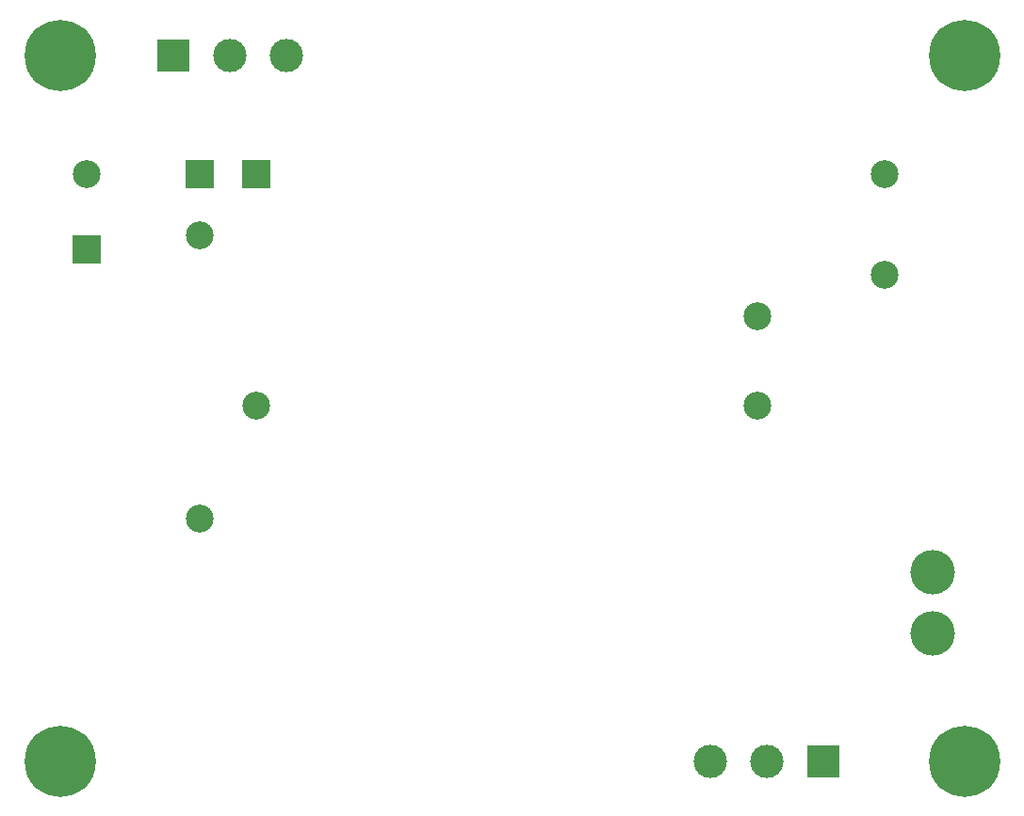
<source format=gbr>
G04 #@! TF.GenerationSoftware,KiCad,Pcbnew,(5.1.9)-1*
G04 #@! TF.CreationDate,2021-03-06T13:27:56+01:00*
G04 #@! TF.ProjectId,IoT12 Power Supply,496f5431-3220-4506-9f77-657220537570,rev?*
G04 #@! TF.SameCoordinates,Original*
G04 #@! TF.FileFunction,Soldermask,Bot*
G04 #@! TF.FilePolarity,Negative*
%FSLAX46Y46*%
G04 Gerber Fmt 4.6, Leading zero omitted, Abs format (unit mm)*
G04 Created by KiCad (PCBNEW (5.1.9)-1) date 2021-03-06 13:27:56*
%MOMM*%
%LPD*%
G01*
G04 APERTURE LIST*
%ADD10R,2.500000X2.500000*%
%ADD11C,2.500000*%
%ADD12C,4.000000*%
%ADD13C,0.800000*%
%ADD14C,6.400000*%
%ADD15C,3.000000*%
%ADD16R,3.000000X3.000000*%
G04 APERTURE END LIST*
D10*
X129413000Y-69151500D03*
D11*
X174413000Y-81951500D03*
X129413000Y-89951500D03*
X174413000Y-89951500D03*
X124333000Y-74651500D03*
X185833000Y-78151500D03*
D10*
X124333000Y-69151500D03*
D11*
X185833000Y-69151500D03*
X124333000Y-100151500D03*
D12*
X190198400Y-104914200D03*
D11*
X114198400Y-69164200D03*
D12*
X190198400Y-110414200D03*
D10*
X114198400Y-75914200D03*
D13*
X113457056Y-120222944D03*
X111760000Y-119520000D03*
X110062944Y-120222944D03*
X109360000Y-121920000D03*
X110062944Y-123617056D03*
X111760000Y-124320000D03*
X113457056Y-123617056D03*
X114160000Y-121920000D03*
D14*
X111760000Y-121920000D03*
D13*
X113457056Y-56722944D03*
X111760000Y-56020000D03*
X110062944Y-56722944D03*
X109360000Y-58420000D03*
X110062944Y-60117056D03*
X111760000Y-60820000D03*
X113457056Y-60117056D03*
X114160000Y-58420000D03*
D14*
X111760000Y-58420000D03*
D13*
X194737056Y-120222944D03*
X193040000Y-119520000D03*
X191342944Y-120222944D03*
X190640000Y-121920000D03*
X191342944Y-123617056D03*
X193040000Y-124320000D03*
X194737056Y-123617056D03*
X195440000Y-121920000D03*
D14*
X193040000Y-121920000D03*
D13*
X194737056Y-56722944D03*
X193040000Y-56020000D03*
X191342944Y-56722944D03*
X190640000Y-58420000D03*
X191342944Y-60117056D03*
X193040000Y-60820000D03*
X194737056Y-60117056D03*
X195440000Y-58420000D03*
D14*
X193040000Y-58420000D03*
D15*
X170180000Y-121920000D03*
X175260000Y-121920000D03*
D16*
X180340000Y-121920000D03*
D15*
X132080000Y-58420000D03*
X127000000Y-58420000D03*
D16*
X121920000Y-58420000D03*
M02*

</source>
